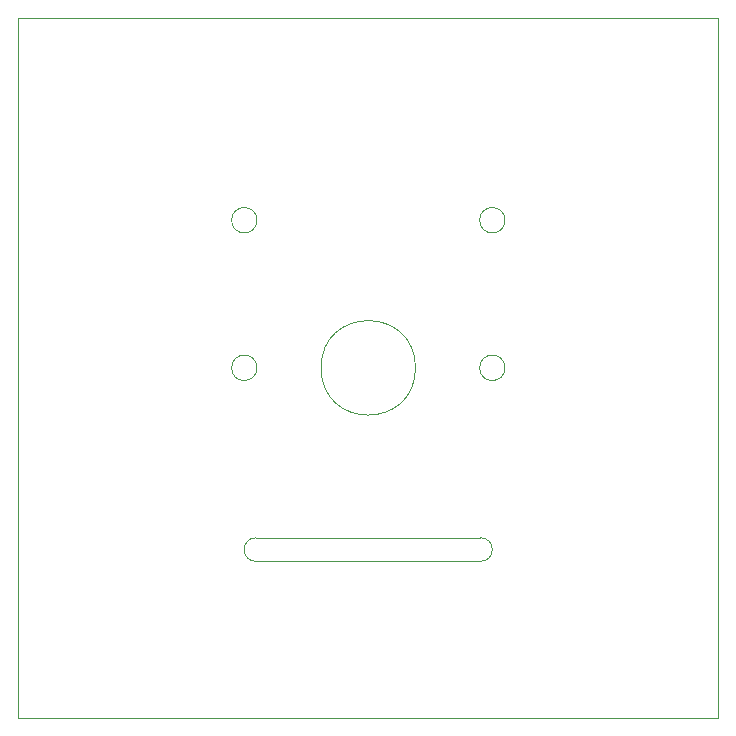
<source format=gbr>
%TF.GenerationSoftware,KiCad,Pcbnew,8.0.2*%
%TF.CreationDate,2024-08-19T21:28:26+02:00*%
%TF.ProjectId,ringlight,72696e67-6c69-4676-9874-2e6b69636164,rev?*%
%TF.SameCoordinates,Original*%
%TF.FileFunction,Profile,NP*%
%FSLAX46Y46*%
G04 Gerber Fmt 4.6, Leading zero omitted, Abs format (unit mm)*
G04 Created by KiCad (PCBNEW 8.0.2) date 2024-08-19 21:28:26*
%MOMM*%
%LPD*%
G01*
G04 APERTURE LIST*
%TA.AperFunction,Profile*%
%ADD10C,0.050000*%
%TD*%
%TA.AperFunction,Profile*%
%ADD11C,0.100000*%
%TD*%
G04 APERTURE END LIST*
D10*
X20145000Y15250000D02*
X39145000Y15250000D01*
X20220000Y29635000D02*
G75*
G02*
X18070000Y29635000I-1075000J0D01*
G01*
X18070000Y29635000D02*
G75*
G02*
X20220000Y29635000I1075000J0D01*
G01*
X39145000Y13250000D02*
X20145000Y13250000D01*
X41220000Y42135000D02*
G75*
G02*
X39070000Y42135000I-1075000J0D01*
G01*
X39070000Y42135000D02*
G75*
G02*
X41220000Y42135000I1075000J0D01*
G01*
D11*
X0Y59270000D02*
X59290000Y59270000D01*
X59290000Y0D01*
X0Y0D01*
X0Y59270000D01*
D10*
X33645000Y29635000D02*
G75*
G02*
X25645000Y29635000I-4000000J0D01*
G01*
X25645000Y29635000D02*
G75*
G02*
X33645000Y29635000I4000000J0D01*
G01*
X20145000Y13250000D02*
G75*
G02*
X20145000Y15250000I0J1000000D01*
G01*
X20220000Y42135000D02*
G75*
G02*
X18070000Y42135000I-1075000J0D01*
G01*
X18070000Y42135000D02*
G75*
G02*
X20220000Y42135000I1075000J0D01*
G01*
X39145000Y15250000D02*
G75*
G02*
X39145000Y13250000I0J-1000000D01*
G01*
X41220000Y29635000D02*
G75*
G02*
X39070000Y29635000I-1075000J0D01*
G01*
X39070000Y29635000D02*
G75*
G02*
X41220000Y29635000I1075000J0D01*
G01*
M02*

</source>
